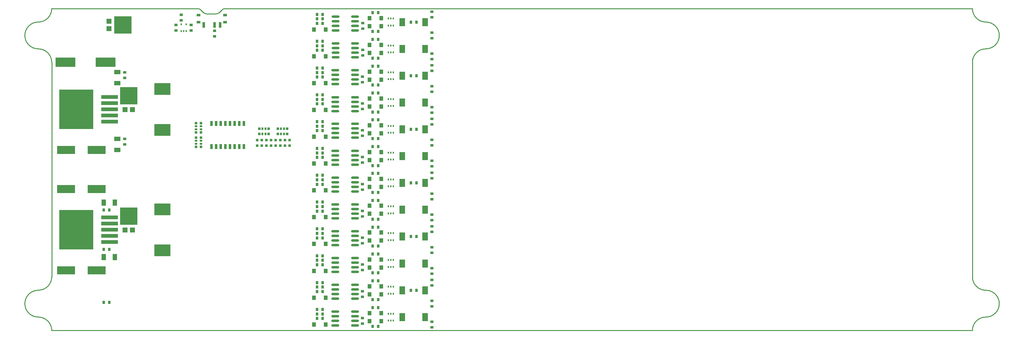
<source format=gbp>
G04*
G04 #@! TF.GenerationSoftware,Altium Limited,Altium Designer,22.2.1 (43)*
G04*
G04 Layer_Color=128*
%FSLAX44Y44*%
%MOMM*%
G71*
G04*
G04 #@! TF.SameCoordinates,C2D7B67D-8841-428D-B263-7EF30795714A*
G04*
G04*
G04 #@! TF.FilePolarity,Positive*
G04*
G01*
G75*
%ADD10C,0.2540*%
%ADD49R,1.0000X0.8000*%
%ADD50R,0.7000X1.5000*%
%ADD51R,4.6000X1.1000*%
%ADD52R,9.4000X10.8000*%
%ADD53R,0.8000X1.4000*%
%ADD54O,2.2000X0.6000*%
%ADD55R,0.4000X0.6000*%
%ADD56R,5.5000X2.5000*%
%ADD57R,5.0000X2.2000*%
%ADD58R,1.4000X1.4000*%
%ADD59R,4.7200X4.8000*%
%ADD60R,4.8000X4.7200*%
%ADD61R,1.4000X1.4000*%
%ADD62R,4.5000X3.2500*%
%ADD63R,0.6350X0.8890*%
%ADD64R,1.1430X1.7780*%
%ADD65R,1.7780X1.1430*%
%ADD66R,0.8890X0.6350*%
%ADD67R,0.8000X0.6500*%
%ADD68R,0.8000X0.5000*%
%ADD69R,0.6500X0.8000*%
%ADD70R,0.5000X0.8000*%
%ADD71R,0.8000X0.8000*%
%ADD72R,1.0000X1.2000*%
%ADD73R,1.5000X2.2000*%
D10*
X-36875Y405625D02*
G03*
X-73750Y368750I-0J-36875D01*
G01*
D02*
G03*
X-36875Y331875I36875J0D01*
G01*
X0Y295000D02*
G03*
X-36875Y331875I-36875J0D01*
G01*
Y405625D02*
G03*
X0Y442500I0J36875D01*
G01*
Y-442500D02*
G03*
X-36875Y-405625I-36875J0D01*
G01*
Y-331875D02*
G03*
X0Y-295000I0J36875D01*
G01*
X-36875Y-331875D02*
G03*
X-73750Y-368750I-0J-36875D01*
G01*
D02*
G03*
X-36875Y-405625I36875J0D01*
G01*
X2561875D02*
G03*
X2598750Y-368750I0J36875D01*
G01*
D02*
G03*
X2561875Y-331875I-36875J0D01*
G01*
X2525000Y-295000D02*
G03*
X2561875Y-331875I36875J0D01*
G01*
Y-405625D02*
G03*
X2525000Y-442500I-0J-36875D01*
G01*
Y442500D02*
G03*
X2561875Y405625I36875J0D01*
G01*
Y331875D02*
G03*
X2525000Y295000I-0J-36875D01*
G01*
X2561875Y331875D02*
G03*
X2598750Y368750I0J36875D01*
G01*
D02*
G03*
X2561875Y405625I-36875J0D01*
G01*
X450750Y428000D02*
G03*
X459286Y431535I0J12071D01*
G01*
X475250Y442500D02*
G03*
X466715Y438965I0J-12071D01*
G01*
X408786D02*
G03*
X400250Y442500I-8536J-8536D01*
G01*
X416214Y431535D02*
G03*
X424750Y428000I8536J8536D01*
G01*
X0Y-295000D02*
Y-0D01*
Y295000D01*
X2525000Y-0D02*
Y295000D01*
Y-295000D02*
Y-0D01*
X475250Y442500D02*
X2525000Y442500D01*
X0Y442500D02*
X400250Y442500D01*
X459286Y431536D02*
X466715Y438965D01*
X408786D02*
X416214Y431536D01*
X424750Y428000D02*
X437750D01*
X450750D01*
X0Y-442500D02*
X2525000Y-442500D01*
D49*
X475500Y424650D02*
D03*
X402500D02*
D03*
Y405350D02*
D03*
X475500D02*
D03*
D50*
X416500Y397500D02*
D03*
X446500D02*
D03*
X461500D02*
D03*
D51*
X158250Y131500D02*
D03*
Y148500D02*
D03*
Y199500D02*
D03*
Y165500D02*
D03*
Y182500D02*
D03*
X158500Y-148500D02*
D03*
Y-165500D02*
D03*
Y-131500D02*
D03*
Y-182500D02*
D03*
Y-199500D02*
D03*
D52*
X67250Y165500D02*
D03*
X67500Y-165500D02*
D03*
D53*
X438050Y126500D02*
D03*
X450750D02*
D03*
X463450D02*
D03*
X476150D02*
D03*
X488850D02*
D03*
X501550D02*
D03*
X514250D02*
D03*
X526950D02*
D03*
Y63500D02*
D03*
X514250D02*
D03*
X501550D02*
D03*
X488850D02*
D03*
X476150D02*
D03*
X463450D02*
D03*
X450750D02*
D03*
X438050D02*
D03*
D54*
X778030Y321110D02*
D03*
Y346510D02*
D03*
X832030Y308410D02*
D03*
Y321110D02*
D03*
Y333810D02*
D03*
X778030Y308410D02*
D03*
Y333810D02*
D03*
X832030Y346510D02*
D03*
X832000Y199060D02*
D03*
X778000Y186360D02*
D03*
Y160960D02*
D03*
X832000Y186360D02*
D03*
Y173660D02*
D03*
Y160960D02*
D03*
X778000Y199060D02*
D03*
Y173660D02*
D03*
X777960Y26360D02*
D03*
Y51760D02*
D03*
X831960Y13660D02*
D03*
Y26360D02*
D03*
Y39060D02*
D03*
X777960Y13660D02*
D03*
Y39060D02*
D03*
X831960Y51760D02*
D03*
X832000Y-95940D02*
D03*
X778000Y-108640D02*
D03*
Y-134040D02*
D03*
X832000Y-108640D02*
D03*
Y-121340D02*
D03*
Y-134040D02*
D03*
X778000Y-95940D02*
D03*
Y-121340D02*
D03*
X778030Y394850D02*
D03*
Y420250D02*
D03*
X832030Y382150D02*
D03*
Y394850D02*
D03*
Y407550D02*
D03*
X778030Y382150D02*
D03*
Y407550D02*
D03*
X832030Y420250D02*
D03*
X832000Y272800D02*
D03*
X778000Y260100D02*
D03*
Y234700D02*
D03*
X832000Y260100D02*
D03*
Y247400D02*
D03*
Y234700D02*
D03*
X778000Y272800D02*
D03*
Y247400D02*
D03*
X777960Y100100D02*
D03*
Y125500D02*
D03*
X831960Y87400D02*
D03*
Y100100D02*
D03*
Y112800D02*
D03*
X777960Y87400D02*
D03*
Y112800D02*
D03*
X831960Y125500D02*
D03*
X832000Y-22200D02*
D03*
X778000Y-34900D02*
D03*
Y-60300D02*
D03*
X832000Y-34900D02*
D03*
Y-47600D02*
D03*
Y-60300D02*
D03*
X778000Y-22200D02*
D03*
Y-47600D02*
D03*
X777960Y-268890D02*
D03*
Y-243490D02*
D03*
X831960Y-281590D02*
D03*
Y-268890D02*
D03*
Y-256190D02*
D03*
X777960Y-281590D02*
D03*
Y-256190D02*
D03*
X831960Y-243490D02*
D03*
X832000Y-390940D02*
D03*
X778000Y-403640D02*
D03*
Y-429040D02*
D03*
X832000Y-403640D02*
D03*
Y-416340D02*
D03*
Y-429040D02*
D03*
X778000Y-390940D02*
D03*
Y-416340D02*
D03*
X777960Y-195150D02*
D03*
Y-169750D02*
D03*
X831960Y-207850D02*
D03*
Y-195150D02*
D03*
Y-182450D02*
D03*
X777960Y-207850D02*
D03*
Y-182450D02*
D03*
X831960Y-169750D02*
D03*
X832000Y-317200D02*
D03*
X778000Y-329900D02*
D03*
Y-355300D02*
D03*
X832000Y-329900D02*
D03*
Y-342600D02*
D03*
Y-355300D02*
D03*
X778000Y-317200D02*
D03*
Y-342600D02*
D03*
D55*
X936530Y341330D02*
D03*
X923530D02*
D03*
X930029Y322330D02*
D03*
X936530D02*
D03*
X923530D02*
D03*
X930031Y341330D02*
D03*
X930001Y193880D02*
D03*
X923500Y174880D02*
D03*
X936500D02*
D03*
X929999D02*
D03*
X923500Y193880D02*
D03*
X936500D02*
D03*
X936460Y46580D02*
D03*
X923460D02*
D03*
X929959Y27580D02*
D03*
X936460D02*
D03*
X923460D02*
D03*
X929961Y46580D02*
D03*
X930001Y-101120D02*
D03*
X923500Y-120120D02*
D03*
X936500D02*
D03*
X929999D02*
D03*
X923500Y-101120D02*
D03*
X936500D02*
D03*
X936530Y415070D02*
D03*
X923530D02*
D03*
X930029Y396070D02*
D03*
X936530D02*
D03*
X923530D02*
D03*
X930031Y415070D02*
D03*
X930001Y267620D02*
D03*
X923500Y248620D02*
D03*
X936500D02*
D03*
X929999D02*
D03*
X923500Y267620D02*
D03*
X936500D02*
D03*
X936460Y120320D02*
D03*
X923460D02*
D03*
X929959Y101320D02*
D03*
X936460D02*
D03*
X923460D02*
D03*
X929961Y120320D02*
D03*
X930001Y-27380D02*
D03*
X923500Y-46380D02*
D03*
X936500D02*
D03*
X929999D02*
D03*
X923500Y-27380D02*
D03*
X936500D02*
D03*
X936460Y-248670D02*
D03*
X923460D02*
D03*
X929959Y-267670D02*
D03*
X936460D02*
D03*
X923460D02*
D03*
X929961Y-248670D02*
D03*
X930001Y-396120D02*
D03*
X923500Y-415120D02*
D03*
X936500D02*
D03*
X929999D02*
D03*
X923500Y-396120D02*
D03*
X936500D02*
D03*
X936460Y-174930D02*
D03*
X923460D02*
D03*
X929959Y-193930D02*
D03*
X936460D02*
D03*
X923460D02*
D03*
X929961Y-174930D02*
D03*
X930001Y-322380D02*
D03*
X923500Y-341380D02*
D03*
X936500D02*
D03*
X929999D02*
D03*
X923500Y-322380D02*
D03*
X936500D02*
D03*
X368500Y399500D02*
D03*
X355500D02*
D03*
X361999Y380500D02*
D03*
X368500D02*
D03*
X355500D02*
D03*
D56*
X147500Y295500D02*
D03*
X37500D02*
D03*
D57*
X39000Y54000D02*
D03*
X123000D02*
D03*
X123250Y-54000D02*
D03*
X39250D02*
D03*
Y-277000D02*
D03*
X123250D02*
D03*
D58*
X156950Y407900D02*
D03*
Y387100D02*
D03*
D59*
X195000Y397500D02*
D03*
D60*
X211000Y-128000D02*
D03*
Y203000D02*
D03*
D61*
X221400Y-166050D02*
D03*
X200600D02*
D03*
Y164950D02*
D03*
X221400D02*
D03*
D62*
X303750Y-109250D02*
D03*
Y-221750D02*
D03*
Y221750D02*
D03*
Y109250D02*
D03*
D63*
X157620Y-365000D02*
D03*
X142380D02*
D03*
X157620Y-220000D02*
D03*
X142380D02*
D03*
X157620Y-111000D02*
D03*
X142380D02*
D03*
X895120Y-357875D02*
D03*
X879880D02*
D03*
X895120Y-305875D02*
D03*
X879880D02*
D03*
X895080Y-284175D02*
D03*
X879840D02*
D03*
X895080Y-232175D02*
D03*
X879840D02*
D03*
X895080Y-210425D02*
D03*
X879840D02*
D03*
X984910Y405570D02*
D03*
X1000150D02*
D03*
X895150Y431575D02*
D03*
X879910D02*
D03*
X727410Y426740D02*
D03*
X742650D02*
D03*
X727410Y352960D02*
D03*
X742650D02*
D03*
X895150Y379575D02*
D03*
X879910D02*
D03*
X727410Y401740D02*
D03*
X742650D02*
D03*
X895150Y357825D02*
D03*
X879910D02*
D03*
X895150Y305825D02*
D03*
X879910D02*
D03*
X727410Y327960D02*
D03*
X742650D02*
D03*
X727410Y414240D02*
D03*
X742650D02*
D03*
X727410Y340460D02*
D03*
X742650D02*
D03*
X742580Y-249540D02*
D03*
X727340D02*
D03*
X742580Y-175760D02*
D03*
X727340D02*
D03*
X742580Y-262040D02*
D03*
X727340D02*
D03*
X742580Y-188260D02*
D03*
X727340D02*
D03*
X1000080Y-184430D02*
D03*
X984840D02*
D03*
X742580Y-237040D02*
D03*
X727340D02*
D03*
X742580Y-163260D02*
D03*
X727340D02*
D03*
X879840Y-158425D02*
D03*
X895080D02*
D03*
X742620Y-396990D02*
D03*
X727380D02*
D03*
X742620Y-323210D02*
D03*
X727380D02*
D03*
X742620Y-409490D02*
D03*
X727380D02*
D03*
X879880Y-431625D02*
D03*
X895120D02*
D03*
X879880Y-379625D02*
D03*
X895120D02*
D03*
X742620Y-335710D02*
D03*
X727380D02*
D03*
X1000120Y-331880D02*
D03*
X984880D02*
D03*
X742620Y-384490D02*
D03*
X727380D02*
D03*
X742620Y-310710D02*
D03*
X727380D02*
D03*
X895120Y-136625D02*
D03*
X879880D02*
D03*
X984880Y258120D02*
D03*
X1000120D02*
D03*
X984880Y-36880D02*
D03*
X1000120D02*
D03*
X895120Y-84625D02*
D03*
X879880D02*
D03*
X895120Y-10875D02*
D03*
X879880D02*
D03*
X895120Y-62875D02*
D03*
X879880D02*
D03*
X727380Y279290D02*
D03*
X742620D02*
D03*
X727380Y254290D02*
D03*
X742620D02*
D03*
X727380Y266790D02*
D03*
X742620D02*
D03*
X727340Y131990D02*
D03*
X742580D02*
D03*
X727340Y58210D02*
D03*
X742580D02*
D03*
X727340Y106990D02*
D03*
X742580D02*
D03*
X727340Y33210D02*
D03*
X742580D02*
D03*
X727340Y119490D02*
D03*
X742580D02*
D03*
X727340Y45710D02*
D03*
X742580D02*
D03*
X984840Y110820D02*
D03*
X1000080D02*
D03*
X895080Y136825D02*
D03*
X879840D02*
D03*
X895080Y84825D02*
D03*
X879840D02*
D03*
X895080Y63075D02*
D03*
X879840D02*
D03*
X895080Y11075D02*
D03*
X879840D02*
D03*
X727380Y-15710D02*
D03*
X742620D02*
D03*
X727380Y-89490D02*
D03*
X742620D02*
D03*
X727380Y-40710D02*
D03*
X742620D02*
D03*
X727380Y-28210D02*
D03*
X742620D02*
D03*
X727380Y-114490D02*
D03*
X742620D02*
D03*
X727380Y-101990D02*
D03*
X742620D02*
D03*
X727380Y180510D02*
D03*
X742620D02*
D03*
X727380Y205510D02*
D03*
X742620D02*
D03*
X727380Y193010D02*
D03*
X742620D02*
D03*
X895120Y210375D02*
D03*
X879880D02*
D03*
X895120Y232125D02*
D03*
X879880D02*
D03*
X895120Y284125D02*
D03*
X879880D02*
D03*
X895120Y158375D02*
D03*
X879880D02*
D03*
D64*
X142260Y-240500D02*
D03*
X172740D02*
D03*
X142260Y-90500D02*
D03*
X172740D02*
D03*
D65*
X180000Y54010D02*
D03*
Y84490D02*
D03*
X180000Y237260D02*
D03*
Y267740D02*
D03*
D66*
X200000Y84620D02*
D03*
Y69380D02*
D03*
X200000Y267620D02*
D03*
Y252380D02*
D03*
X355500Y410630D02*
D03*
Y425870D02*
D03*
X341000Y382380D02*
D03*
Y397620D02*
D03*
X382000Y397620D02*
D03*
Y382380D02*
D03*
X446250Y381620D02*
D03*
Y366380D02*
D03*
X852500Y-408620D02*
D03*
Y-423860D02*
D03*
X852500Y-334880D02*
D03*
Y-350120D02*
D03*
X852460Y-261170D02*
D03*
Y-276410D02*
D03*
X1042530Y418580D02*
D03*
Y433820D02*
D03*
X1042530Y376320D02*
D03*
Y361080D02*
D03*
Y318820D02*
D03*
Y303580D02*
D03*
X852530Y402570D02*
D03*
Y387330D02*
D03*
X852530Y328830D02*
D03*
Y313590D02*
D03*
X1042460Y-286420D02*
D03*
Y-271180D02*
D03*
Y-228920D02*
D03*
Y-213680D02*
D03*
X1042460Y-156180D02*
D03*
Y-171420D02*
D03*
X852460Y-202670D02*
D03*
Y-187430D02*
D03*
X1042500Y-433870D02*
D03*
Y-418630D02*
D03*
Y-376370D02*
D03*
Y-361130D02*
D03*
X1042500Y-303630D02*
D03*
Y-318870D02*
D03*
X1042500Y-123630D02*
D03*
Y-138870D02*
D03*
X852500Y-113620D02*
D03*
Y-128860D02*
D03*
X1042500Y-23870D02*
D03*
Y-8630D02*
D03*
X1042500Y-66130D02*
D03*
Y-81370D02*
D03*
X852500Y-39880D02*
D03*
Y-55120D02*
D03*
X1042460Y24070D02*
D03*
Y8830D02*
D03*
X1042460Y123830D02*
D03*
Y139070D02*
D03*
X1042460Y81570D02*
D03*
Y66330D02*
D03*
X852460Y107820D02*
D03*
Y92580D02*
D03*
X852500Y181380D02*
D03*
Y166140D02*
D03*
X852460Y34080D02*
D03*
Y18840D02*
D03*
X1042500Y271130D02*
D03*
Y286370D02*
D03*
X1042500Y228870D02*
D03*
Y213630D02*
D03*
Y171370D02*
D03*
Y156130D02*
D03*
X852500Y255120D02*
D03*
Y239880D02*
D03*
D67*
X395500Y62250D02*
D03*
Y87750D02*
D03*
X409500Y62250D02*
D03*
Y87750D02*
D03*
X395500Y102250D02*
D03*
Y127750D02*
D03*
X409500Y102250D02*
D03*
Y127750D02*
D03*
D68*
X395500Y79000D02*
D03*
Y71000D02*
D03*
X409500Y79000D02*
D03*
Y71000D02*
D03*
X395500Y119000D02*
D03*
Y111000D02*
D03*
X409500Y119000D02*
D03*
Y111000D02*
D03*
D69*
X569350Y112250D02*
D03*
X594850D02*
D03*
X569350Y98250D02*
D03*
X594850D02*
D03*
X620150Y112250D02*
D03*
X645650D02*
D03*
X620150Y98250D02*
D03*
X645650D02*
D03*
D70*
X586100Y112250D02*
D03*
X578100D02*
D03*
X586100Y98250D02*
D03*
X578100D02*
D03*
X636900Y112250D02*
D03*
X628900D02*
D03*
X636900Y98250D02*
D03*
X628900D02*
D03*
D71*
X651950Y66000D02*
D03*
Y81000D02*
D03*
X639250D02*
D03*
Y66000D02*
D03*
X613850Y81000D02*
D03*
Y66000D02*
D03*
X575750Y81000D02*
D03*
Y66000D02*
D03*
X588450Y81000D02*
D03*
Y66000D02*
D03*
X601150Y81000D02*
D03*
Y66000D02*
D03*
X563050Y81000D02*
D03*
Y66000D02*
D03*
X626550Y81000D02*
D03*
Y66000D02*
D03*
D72*
X871260Y-269175D02*
D03*
X903660D02*
D03*
X871260Y-247175D02*
D03*
X903660D02*
D03*
X871330Y416575D02*
D03*
X903730D02*
D03*
X871330Y394575D02*
D03*
X903730D02*
D03*
X751230Y385240D02*
D03*
X718830D02*
D03*
X871330Y342825D02*
D03*
X903730D02*
D03*
X871330Y320825D02*
D03*
X903730D02*
D03*
X751230Y311460D02*
D03*
X718830D02*
D03*
X718760Y-278540D02*
D03*
X751160D02*
D03*
X718760Y-204760D02*
D03*
X751160D02*
D03*
X903660Y-195425D02*
D03*
X871260D02*
D03*
X903660Y-173425D02*
D03*
X871260D02*
D03*
X718800Y-425990D02*
D03*
X751200D02*
D03*
X903700Y-416625D02*
D03*
X871300D02*
D03*
X903700Y-394625D02*
D03*
X871300D02*
D03*
X718800Y-352210D02*
D03*
X751200D02*
D03*
X903700Y-342875D02*
D03*
X871300D02*
D03*
X903700Y-320875D02*
D03*
X871300D02*
D03*
Y-121625D02*
D03*
X903700D02*
D03*
X871300Y-99625D02*
D03*
X903700D02*
D03*
X871300Y269125D02*
D03*
X903700D02*
D03*
X871300Y-25875D02*
D03*
X903700D02*
D03*
X871300Y-47875D02*
D03*
X903700D02*
D03*
X751160Y90490D02*
D03*
X718760D02*
D03*
X751160Y16710D02*
D03*
X718760D02*
D03*
X871260Y121825D02*
D03*
X903660D02*
D03*
X871260Y48075D02*
D03*
X903660D02*
D03*
X871260Y99825D02*
D03*
X903660D02*
D03*
X871260Y26075D02*
D03*
X903660D02*
D03*
X751200Y-57210D02*
D03*
X718800D02*
D03*
X751200Y-130990D02*
D03*
X718800D02*
D03*
X871300Y173375D02*
D03*
X903700D02*
D03*
X871300Y195375D02*
D03*
X903700D02*
D03*
X871300Y247125D02*
D03*
X903700D02*
D03*
X751200Y237790D02*
D03*
X718800D02*
D03*
X751200Y164010D02*
D03*
X718800D02*
D03*
D73*
X961030Y405575D02*
D03*
X1024030D02*
D03*
X961030Y331825D02*
D03*
X1024030D02*
D03*
X960960Y-258175D02*
D03*
X1023960D02*
D03*
X960960Y-184425D02*
D03*
X1023960D02*
D03*
X961000Y-405625D02*
D03*
X1024000D02*
D03*
X961000Y-331875D02*
D03*
X1024000D02*
D03*
X961000Y-110625D02*
D03*
X1024000D02*
D03*
X961000Y258125D02*
D03*
X1024000D02*
D03*
X961000Y-36875D02*
D03*
X1024000D02*
D03*
X960960Y37075D02*
D03*
X1023960D02*
D03*
X960960Y110825D02*
D03*
X1023960D02*
D03*
X961000Y184375D02*
D03*
X1024000D02*
D03*
M02*

</source>
